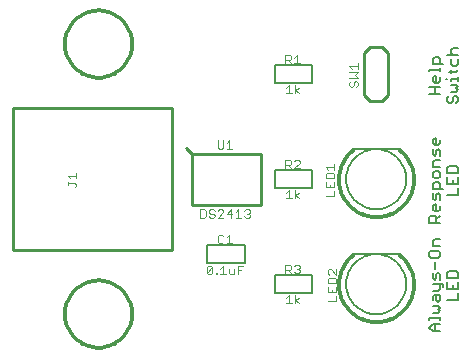
<source format=gto>
G75*
%MOIN*%
%OFA0B0*%
%FSLAX24Y24*%
%IPPOS*%
%LPD*%
%AMOC8*
5,1,8,0,0,1.08239X$1,22.5*
%
%ADD10C,0.0120*%
%ADD11C,0.0050*%
%ADD12C,0.0100*%
%ADD13C,0.0040*%
%ADD14C,0.0060*%
%ADD15C,0.0080*%
%ADD16C,0.0010*%
D10*
X001892Y001600D02*
X001894Y001666D01*
X001900Y001732D01*
X001910Y001798D01*
X001923Y001863D01*
X001941Y001927D01*
X001962Y001990D01*
X001987Y002051D01*
X002016Y002111D01*
X002048Y002170D01*
X002083Y002226D01*
X002122Y002280D01*
X002164Y002331D01*
X002208Y002380D01*
X002256Y002426D01*
X002306Y002470D01*
X002359Y002510D01*
X002414Y002547D01*
X002471Y002581D01*
X002530Y002611D01*
X002591Y002638D01*
X002653Y002661D01*
X002717Y002680D01*
X002781Y002696D01*
X002847Y002708D01*
X002913Y002716D01*
X002979Y002720D01*
X003045Y002720D01*
X003111Y002716D01*
X003177Y002708D01*
X003243Y002696D01*
X003307Y002680D01*
X003371Y002661D01*
X003433Y002638D01*
X003494Y002611D01*
X003553Y002581D01*
X003610Y002547D01*
X003665Y002510D01*
X003718Y002470D01*
X003768Y002426D01*
X003816Y002380D01*
X003860Y002331D01*
X003902Y002280D01*
X003941Y002226D01*
X003976Y002170D01*
X004008Y002111D01*
X004037Y002051D01*
X004062Y001990D01*
X004083Y001927D01*
X004101Y001863D01*
X004114Y001798D01*
X004124Y001732D01*
X004130Y001666D01*
X004132Y001600D01*
X004130Y001534D01*
X004124Y001468D01*
X004114Y001402D01*
X004101Y001337D01*
X004083Y001273D01*
X004062Y001210D01*
X004037Y001149D01*
X004008Y001089D01*
X003976Y001030D01*
X003941Y000974D01*
X003902Y000920D01*
X003860Y000869D01*
X003816Y000820D01*
X003768Y000774D01*
X003718Y000730D01*
X003665Y000690D01*
X003610Y000653D01*
X003553Y000619D01*
X003494Y000589D01*
X003433Y000562D01*
X003371Y000539D01*
X003307Y000520D01*
X003243Y000504D01*
X003177Y000492D01*
X003111Y000484D01*
X003045Y000480D01*
X002979Y000480D01*
X002913Y000484D01*
X002847Y000492D01*
X002781Y000504D01*
X002717Y000520D01*
X002653Y000539D01*
X002591Y000562D01*
X002530Y000589D01*
X002471Y000619D01*
X002414Y000653D01*
X002359Y000690D01*
X002306Y000730D01*
X002256Y000774D01*
X002208Y000820D01*
X002164Y000869D01*
X002122Y000920D01*
X002083Y000974D01*
X002048Y001030D01*
X002016Y001089D01*
X001987Y001149D01*
X001962Y001210D01*
X001941Y001273D01*
X001923Y001337D01*
X001910Y001402D01*
X001900Y001468D01*
X001894Y001534D01*
X001892Y001600D01*
X001892Y010600D02*
X001894Y010666D01*
X001900Y010732D01*
X001910Y010798D01*
X001923Y010863D01*
X001941Y010927D01*
X001962Y010990D01*
X001987Y011051D01*
X002016Y011111D01*
X002048Y011170D01*
X002083Y011226D01*
X002122Y011280D01*
X002164Y011331D01*
X002208Y011380D01*
X002256Y011426D01*
X002306Y011470D01*
X002359Y011510D01*
X002414Y011547D01*
X002471Y011581D01*
X002530Y011611D01*
X002591Y011638D01*
X002653Y011661D01*
X002717Y011680D01*
X002781Y011696D01*
X002847Y011708D01*
X002913Y011716D01*
X002979Y011720D01*
X003045Y011720D01*
X003111Y011716D01*
X003177Y011708D01*
X003243Y011696D01*
X003307Y011680D01*
X003371Y011661D01*
X003433Y011638D01*
X003494Y011611D01*
X003553Y011581D01*
X003610Y011547D01*
X003665Y011510D01*
X003718Y011470D01*
X003768Y011426D01*
X003816Y011380D01*
X003860Y011331D01*
X003902Y011280D01*
X003941Y011226D01*
X003976Y011170D01*
X004008Y011111D01*
X004037Y011051D01*
X004062Y010990D01*
X004083Y010927D01*
X004101Y010863D01*
X004114Y010798D01*
X004124Y010732D01*
X004130Y010666D01*
X004132Y010600D01*
X004130Y010534D01*
X004124Y010468D01*
X004114Y010402D01*
X004101Y010337D01*
X004083Y010273D01*
X004062Y010210D01*
X004037Y010149D01*
X004008Y010089D01*
X003976Y010030D01*
X003941Y009974D01*
X003902Y009920D01*
X003860Y009869D01*
X003816Y009820D01*
X003768Y009774D01*
X003718Y009730D01*
X003665Y009690D01*
X003610Y009653D01*
X003553Y009619D01*
X003494Y009589D01*
X003433Y009562D01*
X003371Y009539D01*
X003307Y009520D01*
X003243Y009504D01*
X003177Y009492D01*
X003111Y009484D01*
X003045Y009480D01*
X002979Y009480D01*
X002913Y009484D01*
X002847Y009492D01*
X002781Y009504D01*
X002717Y009520D01*
X002653Y009539D01*
X002591Y009562D01*
X002530Y009589D01*
X002471Y009619D01*
X002414Y009653D01*
X002359Y009690D01*
X002306Y009730D01*
X002256Y009774D01*
X002208Y009820D01*
X002164Y009869D01*
X002122Y009920D01*
X002083Y009974D01*
X002048Y010030D01*
X002016Y010089D01*
X001987Y010149D01*
X001962Y010210D01*
X001941Y010273D01*
X001923Y010337D01*
X001910Y010402D01*
X001900Y010468D01*
X001894Y010534D01*
X001892Y010600D01*
D11*
X014037Y009745D02*
X014387Y009745D01*
X014387Y009803D02*
X014387Y009686D01*
X014270Y009552D02*
X014270Y009318D01*
X014212Y009318D02*
X014154Y009376D01*
X014154Y009493D01*
X014212Y009552D01*
X014270Y009552D01*
X014387Y009493D02*
X014387Y009376D01*
X014329Y009318D01*
X014212Y009318D01*
X014212Y009183D02*
X014212Y008950D01*
X014387Y008950D02*
X014037Y008950D01*
X014037Y009183D02*
X014387Y009183D01*
X014579Y009438D02*
X014637Y009438D01*
X014754Y009438D02*
X014754Y009379D01*
X014754Y009438D02*
X014987Y009438D01*
X014987Y009496D02*
X014987Y009379D01*
X014929Y009245D02*
X014754Y009245D01*
X014929Y009245D02*
X014987Y009186D01*
X014929Y009128D01*
X014987Y009070D01*
X014929Y009011D01*
X014754Y009011D01*
X014695Y008876D02*
X014637Y008818D01*
X014637Y008701D01*
X014695Y008643D01*
X014754Y008643D01*
X014812Y008701D01*
X014812Y008818D01*
X014870Y008876D01*
X014929Y008876D01*
X014987Y008818D01*
X014987Y008701D01*
X014929Y008643D01*
X014754Y009625D02*
X014754Y009742D01*
X014695Y009683D02*
X014929Y009683D01*
X014987Y009742D01*
X014929Y009871D02*
X014812Y009871D01*
X014754Y009929D01*
X014754Y010104D01*
X014812Y010239D02*
X014754Y010297D01*
X014754Y010414D01*
X014812Y010472D01*
X014987Y010472D01*
X014987Y010239D02*
X014637Y010239D01*
X014387Y010107D02*
X014387Y009932D01*
X014504Y009932D02*
X014154Y009932D01*
X014154Y010107D01*
X014212Y010165D01*
X014329Y010165D01*
X014387Y010107D01*
X014037Y009745D02*
X014037Y009686D01*
X014929Y009871D02*
X014987Y009929D01*
X014987Y010104D01*
X014270Y007463D02*
X014270Y007230D01*
X014212Y007230D02*
X014154Y007288D01*
X014154Y007405D01*
X014212Y007463D01*
X014270Y007463D01*
X014387Y007405D02*
X014387Y007288D01*
X014329Y007230D01*
X014212Y007230D01*
X014154Y007095D02*
X014154Y006920D01*
X014212Y006862D01*
X014270Y006920D01*
X014270Y007037D01*
X014329Y007095D01*
X014387Y007037D01*
X014387Y006862D01*
X014387Y006727D02*
X014212Y006727D01*
X014154Y006668D01*
X014154Y006493D01*
X014387Y006493D01*
X014329Y006359D02*
X014212Y006359D01*
X014154Y006300D01*
X014154Y006183D01*
X014212Y006125D01*
X014329Y006125D01*
X014387Y006183D01*
X014387Y006300D01*
X014329Y006359D01*
X014637Y006309D02*
X014637Y006484D01*
X014695Y006543D01*
X014929Y006543D01*
X014987Y006484D01*
X014987Y006309D01*
X014637Y006309D01*
X014637Y006174D02*
X014637Y005941D01*
X014987Y005941D01*
X014987Y006174D01*
X014812Y006058D02*
X014812Y005941D01*
X014987Y005806D02*
X014987Y005573D01*
X014637Y005573D01*
X014387Y005564D02*
X014387Y005388D01*
X014270Y005447D02*
X014270Y005564D01*
X014329Y005622D01*
X014387Y005564D01*
X014270Y005447D02*
X014212Y005388D01*
X014154Y005447D01*
X014154Y005622D01*
X014154Y005757D02*
X014154Y005932D01*
X014212Y005990D01*
X014329Y005990D01*
X014387Y005932D01*
X014387Y005757D01*
X014504Y005757D02*
X014154Y005757D01*
X014212Y005254D02*
X014270Y005254D01*
X014270Y005020D01*
X014212Y005020D02*
X014154Y005078D01*
X014154Y005195D01*
X014212Y005254D01*
X014387Y005195D02*
X014387Y005078D01*
X014329Y005020D01*
X014212Y005020D01*
X014212Y004885D02*
X014095Y004885D01*
X014037Y004827D01*
X014037Y004652D01*
X014387Y004652D01*
X014270Y004652D02*
X014270Y004827D01*
X014212Y004885D01*
X014270Y004769D02*
X014387Y004885D01*
X014387Y004086D02*
X014212Y004086D01*
X014154Y004028D01*
X014154Y003853D01*
X014387Y003853D01*
X014329Y003718D02*
X014095Y003718D01*
X014037Y003660D01*
X014037Y003543D01*
X014095Y003484D01*
X014329Y003484D01*
X014387Y003543D01*
X014387Y003660D01*
X014329Y003718D01*
X014212Y003350D02*
X014212Y003116D01*
X014154Y002981D02*
X014154Y002806D01*
X014212Y002748D01*
X014270Y002806D01*
X014270Y002923D01*
X014329Y002981D01*
X014387Y002923D01*
X014387Y002748D01*
X014387Y002613D02*
X014387Y002438D01*
X014329Y002379D01*
X014154Y002379D01*
X014212Y002245D02*
X014387Y002245D01*
X014387Y002070D01*
X014329Y002011D01*
X014270Y002070D01*
X014270Y002245D01*
X014212Y002245D02*
X014154Y002186D01*
X014154Y002070D01*
X014154Y001876D02*
X014329Y001876D01*
X014387Y001818D01*
X014329Y001760D01*
X014387Y001701D01*
X014329Y001643D01*
X014154Y001643D01*
X014037Y001456D02*
X014387Y001456D01*
X014387Y001514D02*
X014387Y001397D01*
X014387Y001263D02*
X014154Y001263D01*
X014037Y001146D01*
X014154Y001029D01*
X014387Y001029D01*
X014212Y001029D02*
X014212Y001263D01*
X014037Y001397D02*
X014037Y001456D01*
X014637Y002073D02*
X014987Y002073D01*
X014987Y002306D01*
X014987Y002441D02*
X014637Y002441D01*
X014637Y002674D01*
X014504Y002555D02*
X014504Y002496D01*
X014504Y002555D02*
X014446Y002613D01*
X014154Y002613D01*
X014637Y002809D02*
X014637Y002984D01*
X014695Y003043D01*
X014929Y003043D01*
X014987Y002984D01*
X014987Y002809D01*
X014637Y002809D01*
X014987Y002674D02*
X014987Y002441D01*
X014812Y002441D02*
X014812Y002558D01*
D12*
X008412Y005250D02*
X008412Y006950D01*
X006112Y006950D01*
X005912Y007150D01*
X006112Y006950D02*
X006112Y005250D01*
X008412Y005250D01*
X005465Y003738D02*
X005465Y008462D01*
X000150Y008462D01*
X000150Y003738D01*
X005465Y003738D01*
X011862Y008900D02*
X012062Y008700D01*
X012462Y008700D01*
X012662Y008900D01*
X012662Y010300D01*
X012462Y010500D01*
X012062Y010500D01*
X011862Y010300D01*
X011862Y009600D01*
X011862Y009400D01*
X011862Y008900D01*
D13*
X011605Y009178D02*
X011652Y009225D01*
X011652Y009318D01*
X011605Y009365D01*
X011559Y009365D01*
X011512Y009318D01*
X011512Y009225D01*
X011465Y009178D01*
X011419Y009178D01*
X011372Y009225D01*
X011372Y009318D01*
X011419Y009365D01*
X011372Y009473D02*
X011652Y009473D01*
X011559Y009566D01*
X011652Y009660D01*
X011372Y009660D01*
X011465Y009767D02*
X011372Y009861D01*
X011652Y009861D01*
X011652Y009954D02*
X011652Y009767D01*
X009719Y009960D02*
X009532Y009960D01*
X009626Y009960D02*
X009626Y010240D01*
X009532Y010147D01*
X009424Y010194D02*
X009424Y010100D01*
X009378Y010053D01*
X009238Y010053D01*
X009331Y010053D02*
X009424Y009960D01*
X009238Y009960D02*
X009238Y010240D01*
X009378Y010240D01*
X009424Y010194D01*
X009356Y009240D02*
X009356Y008960D01*
X009449Y008960D02*
X009262Y008960D01*
X009262Y009147D02*
X009356Y009240D01*
X009557Y009240D02*
X009557Y008960D01*
X009557Y009053D02*
X009697Y009147D01*
X009557Y009053D02*
X009697Y008960D01*
X007376Y007390D02*
X007376Y007110D01*
X007469Y007110D02*
X007282Y007110D01*
X007174Y007157D02*
X007174Y007390D01*
X007282Y007297D02*
X007376Y007390D01*
X007174Y007157D02*
X007128Y007110D01*
X007034Y007110D01*
X006988Y007157D01*
X006988Y007390D01*
X009238Y006740D02*
X009238Y006460D01*
X009238Y006553D02*
X009378Y006553D01*
X009424Y006600D01*
X009424Y006694D01*
X009378Y006740D01*
X009238Y006740D01*
X009331Y006553D02*
X009424Y006460D01*
X009532Y006460D02*
X009719Y006647D01*
X009719Y006694D01*
X009672Y006740D01*
X009579Y006740D01*
X009532Y006694D01*
X009532Y006460D02*
X009719Y006460D01*
X009557Y005740D02*
X009557Y005460D01*
X009557Y005553D02*
X009697Y005647D01*
X009557Y005553D02*
X009697Y005460D01*
X009449Y005460D02*
X009262Y005460D01*
X009356Y005460D02*
X009356Y005740D01*
X009262Y005647D01*
X010582Y005531D02*
X010862Y005531D01*
X010862Y005718D01*
X010862Y005825D02*
X010862Y006012D01*
X010862Y006120D02*
X010862Y006260D01*
X010815Y006307D01*
X010629Y006307D01*
X010582Y006260D01*
X010582Y006120D01*
X010862Y006120D01*
X010722Y005919D02*
X010722Y005825D01*
X010582Y005825D02*
X010862Y005825D01*
X010582Y005825D02*
X010582Y006012D01*
X010675Y006415D02*
X010582Y006508D01*
X010862Y006508D01*
X010862Y006415D02*
X010862Y006601D01*
X008058Y005044D02*
X008058Y004997D01*
X008012Y004950D01*
X008058Y004903D01*
X008058Y004857D01*
X008012Y004810D01*
X007918Y004810D01*
X007872Y004857D01*
X007764Y004810D02*
X007577Y004810D01*
X007670Y004810D02*
X007670Y005090D01*
X007577Y004997D01*
X007469Y004950D02*
X007282Y004950D01*
X007422Y005090D01*
X007422Y004810D01*
X007174Y004810D02*
X006988Y004810D01*
X007174Y004997D01*
X007174Y005044D01*
X007128Y005090D01*
X007034Y005090D01*
X006988Y005044D01*
X006880Y005044D02*
X006833Y005090D01*
X006740Y005090D01*
X006693Y005044D01*
X006693Y004997D01*
X006740Y004950D01*
X006833Y004950D01*
X006880Y004903D01*
X006880Y004857D01*
X006833Y004810D01*
X006740Y004810D01*
X006693Y004857D01*
X006585Y004857D02*
X006585Y005044D01*
X006538Y005090D01*
X006398Y005090D01*
X006398Y004810D01*
X006538Y004810D01*
X006585Y004857D01*
X007034Y004250D02*
X006988Y004204D01*
X006988Y004017D01*
X007034Y003970D01*
X007128Y003970D01*
X007174Y004017D01*
X007282Y003970D02*
X007469Y003970D01*
X007376Y003970D02*
X007376Y004250D01*
X007282Y004157D01*
X007174Y004204D02*
X007128Y004250D01*
X007034Y004250D01*
X007965Y004950D02*
X008012Y004950D01*
X008058Y005044D02*
X008012Y005090D01*
X007918Y005090D01*
X007872Y005044D01*
X007837Y003200D02*
X007651Y003200D01*
X007651Y002920D01*
X007543Y002920D02*
X007543Y003107D01*
X007651Y003060D02*
X007744Y003060D01*
X007543Y002920D02*
X007403Y002920D01*
X007356Y002967D01*
X007356Y003107D01*
X007248Y002920D02*
X007061Y002920D01*
X007155Y002920D02*
X007155Y003200D01*
X007061Y003107D01*
X006961Y002967D02*
X006961Y002920D01*
X006914Y002920D01*
X006914Y002967D01*
X006961Y002967D01*
X006806Y002967D02*
X006759Y002920D01*
X006666Y002920D01*
X006619Y002967D01*
X006806Y003154D01*
X006806Y002967D01*
X006806Y003154D02*
X006759Y003200D01*
X006666Y003200D01*
X006619Y003154D01*
X006619Y002967D01*
X009238Y002960D02*
X009238Y003240D01*
X009378Y003240D01*
X009424Y003194D01*
X009424Y003100D01*
X009378Y003053D01*
X009238Y003053D01*
X009331Y003053D02*
X009424Y002960D01*
X009532Y003007D02*
X009579Y002960D01*
X009672Y002960D01*
X009719Y003007D01*
X009719Y003053D01*
X009672Y003100D01*
X009626Y003100D01*
X009672Y003100D02*
X009719Y003147D01*
X009719Y003194D01*
X009672Y003240D01*
X009579Y003240D01*
X009532Y003194D01*
X010662Y003055D02*
X010662Y002961D01*
X010709Y002915D01*
X010709Y002807D02*
X010662Y002760D01*
X010662Y002620D01*
X010942Y002620D01*
X010942Y002760D01*
X010895Y002807D01*
X010709Y002807D01*
X010662Y003055D02*
X010709Y003101D01*
X010755Y003101D01*
X010942Y002915D01*
X010942Y003101D01*
X010942Y002512D02*
X010942Y002325D01*
X010662Y002325D01*
X010662Y002512D01*
X010802Y002419D02*
X010802Y002325D01*
X010942Y002218D02*
X010942Y002031D01*
X010662Y002031D01*
X009697Y001960D02*
X009557Y002053D01*
X009697Y002147D01*
X009557Y002240D02*
X009557Y001960D01*
X009449Y001960D02*
X009262Y001960D01*
X009356Y001960D02*
X009356Y002240D01*
X009262Y002147D01*
X002259Y005872D02*
X002212Y005825D01*
X002259Y005872D02*
X002259Y005919D01*
X002212Y005965D01*
X001978Y005965D01*
X001978Y005919D02*
X001978Y006012D01*
X002072Y006120D02*
X001978Y006213D01*
X002259Y006213D01*
X002259Y006120D02*
X002259Y006307D01*
D14*
X006632Y003890D02*
X006632Y003310D01*
X007892Y003310D01*
X007892Y003890D01*
X006632Y003890D01*
X008882Y002890D02*
X008882Y002310D01*
X010142Y002310D01*
X010142Y002890D01*
X008882Y002890D01*
X011262Y002600D02*
X011264Y002663D01*
X011270Y002725D01*
X011280Y002787D01*
X011293Y002849D01*
X011311Y002909D01*
X011332Y002968D01*
X011357Y003026D01*
X011386Y003082D01*
X011418Y003136D01*
X011453Y003188D01*
X011491Y003237D01*
X011533Y003285D01*
X011577Y003329D01*
X011625Y003371D01*
X011674Y003409D01*
X011726Y003444D01*
X011780Y003476D01*
X011836Y003505D01*
X011894Y003530D01*
X011953Y003551D01*
X012013Y003569D01*
X012075Y003582D01*
X012137Y003592D01*
X012199Y003598D01*
X012262Y003600D01*
X012325Y003598D01*
X012387Y003592D01*
X012449Y003582D01*
X012511Y003569D01*
X012571Y003551D01*
X012630Y003530D01*
X012688Y003505D01*
X012744Y003476D01*
X012798Y003444D01*
X012850Y003409D01*
X012899Y003371D01*
X012947Y003329D01*
X012991Y003285D01*
X013033Y003237D01*
X013071Y003188D01*
X013106Y003136D01*
X013138Y003082D01*
X013167Y003026D01*
X013192Y002968D01*
X013213Y002909D01*
X013231Y002849D01*
X013244Y002787D01*
X013254Y002725D01*
X013260Y002663D01*
X013262Y002600D01*
X013260Y002537D01*
X013254Y002475D01*
X013244Y002413D01*
X013231Y002351D01*
X013213Y002291D01*
X013192Y002232D01*
X013167Y002174D01*
X013138Y002118D01*
X013106Y002064D01*
X013071Y002012D01*
X013033Y001963D01*
X012991Y001915D01*
X012947Y001871D01*
X012899Y001829D01*
X012850Y001791D01*
X012798Y001756D01*
X012744Y001724D01*
X012688Y001695D01*
X012630Y001670D01*
X012571Y001649D01*
X012511Y001631D01*
X012449Y001618D01*
X012387Y001608D01*
X012325Y001602D01*
X012262Y001600D01*
X012199Y001602D01*
X012137Y001608D01*
X012075Y001618D01*
X012013Y001631D01*
X011953Y001649D01*
X011894Y001670D01*
X011836Y001695D01*
X011780Y001724D01*
X011726Y001756D01*
X011674Y001791D01*
X011625Y001829D01*
X011577Y001871D01*
X011533Y001915D01*
X011491Y001963D01*
X011453Y002012D01*
X011418Y002064D01*
X011386Y002118D01*
X011357Y002174D01*
X011332Y002232D01*
X011311Y002291D01*
X011293Y002351D01*
X011280Y002413D01*
X011270Y002475D01*
X011264Y002537D01*
X011262Y002600D01*
X010142Y005810D02*
X008882Y005810D01*
X008882Y006390D01*
X010142Y006390D01*
X010142Y005810D01*
X011262Y006100D02*
X011264Y006163D01*
X011270Y006225D01*
X011280Y006287D01*
X011293Y006349D01*
X011311Y006409D01*
X011332Y006468D01*
X011357Y006526D01*
X011386Y006582D01*
X011418Y006636D01*
X011453Y006688D01*
X011491Y006737D01*
X011533Y006785D01*
X011577Y006829D01*
X011625Y006871D01*
X011674Y006909D01*
X011726Y006944D01*
X011780Y006976D01*
X011836Y007005D01*
X011894Y007030D01*
X011953Y007051D01*
X012013Y007069D01*
X012075Y007082D01*
X012137Y007092D01*
X012199Y007098D01*
X012262Y007100D01*
X012325Y007098D01*
X012387Y007092D01*
X012449Y007082D01*
X012511Y007069D01*
X012571Y007051D01*
X012630Y007030D01*
X012688Y007005D01*
X012744Y006976D01*
X012798Y006944D01*
X012850Y006909D01*
X012899Y006871D01*
X012947Y006829D01*
X012991Y006785D01*
X013033Y006737D01*
X013071Y006688D01*
X013106Y006636D01*
X013138Y006582D01*
X013167Y006526D01*
X013192Y006468D01*
X013213Y006409D01*
X013231Y006349D01*
X013244Y006287D01*
X013254Y006225D01*
X013260Y006163D01*
X013262Y006100D01*
X013260Y006037D01*
X013254Y005975D01*
X013244Y005913D01*
X013231Y005851D01*
X013213Y005791D01*
X013192Y005732D01*
X013167Y005674D01*
X013138Y005618D01*
X013106Y005564D01*
X013071Y005512D01*
X013033Y005463D01*
X012991Y005415D01*
X012947Y005371D01*
X012899Y005329D01*
X012850Y005291D01*
X012798Y005256D01*
X012744Y005224D01*
X012688Y005195D01*
X012630Y005170D01*
X012571Y005149D01*
X012511Y005131D01*
X012449Y005118D01*
X012387Y005108D01*
X012325Y005102D01*
X012262Y005100D01*
X012199Y005102D01*
X012137Y005108D01*
X012075Y005118D01*
X012013Y005131D01*
X011953Y005149D01*
X011894Y005170D01*
X011836Y005195D01*
X011780Y005224D01*
X011726Y005256D01*
X011674Y005291D01*
X011625Y005329D01*
X011577Y005371D01*
X011533Y005415D01*
X011491Y005463D01*
X011453Y005512D01*
X011418Y005564D01*
X011386Y005618D01*
X011357Y005674D01*
X011332Y005732D01*
X011311Y005791D01*
X011293Y005851D01*
X011280Y005913D01*
X011270Y005975D01*
X011264Y006037D01*
X011262Y006100D01*
X010142Y009310D02*
X008882Y009310D01*
X008882Y009890D01*
X010142Y009890D01*
X010142Y009310D01*
D15*
X011512Y007100D02*
X013012Y007100D01*
X013012Y003600D02*
X011512Y003600D01*
D16*
X011482Y003632D02*
X011536Y003560D01*
X011535Y003561D02*
X011482Y003518D01*
X011431Y003473D01*
X011383Y003424D01*
X011338Y003373D01*
X011295Y003319D01*
X011256Y003263D01*
X011220Y003205D01*
X011187Y003145D01*
X011158Y003084D01*
X011133Y003020D01*
X011111Y002956D01*
X011092Y002890D01*
X011078Y002823D01*
X011067Y002756D01*
X011060Y002688D01*
X011057Y002620D01*
X011058Y002551D01*
X011063Y002483D01*
X011071Y002415D01*
X011084Y002348D01*
X011100Y002282D01*
X011120Y002217D01*
X011143Y002152D01*
X011170Y002090D01*
X011201Y002029D01*
X011235Y001970D01*
X011272Y001912D01*
X011313Y001857D01*
X011357Y001805D01*
X011403Y001755D01*
X011452Y001708D01*
X011504Y001663D01*
X011558Y001622D01*
X011615Y001583D01*
X011674Y001548D01*
X011734Y001517D01*
X011796Y001489D01*
X011860Y001464D01*
X011925Y001443D01*
X011991Y001426D01*
X012058Y001412D01*
X012126Y001403D01*
X012194Y001397D01*
X012262Y001395D01*
X012330Y001397D01*
X012398Y001403D01*
X012466Y001412D01*
X012533Y001426D01*
X012599Y001443D01*
X012664Y001464D01*
X012728Y001489D01*
X012790Y001517D01*
X012850Y001548D01*
X012909Y001583D01*
X012966Y001622D01*
X013020Y001663D01*
X013072Y001708D01*
X013121Y001755D01*
X013167Y001805D01*
X013211Y001857D01*
X013252Y001912D01*
X013289Y001970D01*
X013323Y002029D01*
X013354Y002090D01*
X013381Y002152D01*
X013404Y002217D01*
X013424Y002282D01*
X013440Y002348D01*
X013453Y002415D01*
X013461Y002483D01*
X013466Y002551D01*
X013467Y002620D01*
X013464Y002688D01*
X013457Y002756D01*
X013446Y002823D01*
X013432Y002890D01*
X013413Y002956D01*
X013391Y003020D01*
X013366Y003084D01*
X013337Y003145D01*
X013304Y003205D01*
X013268Y003263D01*
X013229Y003319D01*
X013186Y003373D01*
X013141Y003424D01*
X013093Y003473D01*
X013042Y003518D01*
X012989Y003561D01*
X013042Y003632D01*
X013043Y003633D01*
X013098Y003589D01*
X013151Y003541D01*
X013202Y003491D01*
X013249Y003438D01*
X013293Y003383D01*
X013335Y003325D01*
X013373Y003265D01*
X013408Y003204D01*
X013439Y003140D01*
X013467Y003075D01*
X013491Y003008D01*
X013512Y002940D01*
X013528Y002871D01*
X013541Y002801D01*
X013550Y002731D01*
X013556Y002660D01*
X013557Y002589D01*
X013554Y002518D01*
X013548Y002447D01*
X013538Y002377D01*
X013524Y002308D01*
X013506Y002239D01*
X013484Y002171D01*
X013459Y002105D01*
X013430Y002040D01*
X013397Y001977D01*
X013361Y001916D01*
X013322Y001857D01*
X013280Y001800D01*
X013235Y001745D01*
X013186Y001693D01*
X013135Y001644D01*
X013082Y001597D01*
X013025Y001554D01*
X012967Y001514D01*
X012906Y001477D01*
X012844Y001443D01*
X012780Y001413D01*
X012714Y001386D01*
X012647Y001363D01*
X012578Y001344D01*
X012509Y001329D01*
X012439Y001317D01*
X012368Y001309D01*
X012297Y001305D01*
X012227Y001305D01*
X012156Y001309D01*
X012085Y001317D01*
X012015Y001329D01*
X011946Y001344D01*
X011877Y001363D01*
X011810Y001386D01*
X011744Y001413D01*
X011680Y001443D01*
X011618Y001477D01*
X011557Y001514D01*
X011499Y001554D01*
X011442Y001597D01*
X011389Y001644D01*
X011338Y001693D01*
X011289Y001745D01*
X011244Y001800D01*
X011202Y001857D01*
X011163Y001916D01*
X011127Y001977D01*
X011094Y002040D01*
X011065Y002105D01*
X011040Y002171D01*
X011018Y002239D01*
X011000Y002308D01*
X010986Y002377D01*
X010976Y002447D01*
X010970Y002518D01*
X010967Y002589D01*
X010968Y002660D01*
X010974Y002731D01*
X010983Y002801D01*
X010996Y002871D01*
X011012Y002940D01*
X011033Y003008D01*
X011057Y003075D01*
X011085Y003140D01*
X011116Y003204D01*
X011151Y003265D01*
X011189Y003325D01*
X011231Y003383D01*
X011275Y003438D01*
X011322Y003491D01*
X011373Y003541D01*
X011426Y003589D01*
X011481Y003633D01*
X011486Y003626D01*
X011431Y003581D01*
X011378Y003534D01*
X011327Y003483D01*
X011280Y003430D01*
X011235Y003374D01*
X011194Y003316D01*
X011156Y003256D01*
X011121Y003194D01*
X011090Y003130D01*
X011063Y003064D01*
X011039Y002997D01*
X011019Y002928D01*
X011002Y002859D01*
X010990Y002789D01*
X010981Y002718D01*
X010977Y002647D01*
X010976Y002576D01*
X010980Y002505D01*
X010987Y002434D01*
X010998Y002363D01*
X011013Y002294D01*
X011032Y002225D01*
X011055Y002157D01*
X011081Y002091D01*
X011111Y002026D01*
X011145Y001964D01*
X011181Y001903D01*
X011222Y001844D01*
X011265Y001787D01*
X011312Y001733D01*
X011361Y001682D01*
X011414Y001634D01*
X011468Y001588D01*
X011526Y001546D01*
X011585Y001507D01*
X011647Y001471D01*
X011710Y001438D01*
X011775Y001410D01*
X011842Y001384D01*
X011910Y001363D01*
X011979Y001345D01*
X012049Y001332D01*
X012120Y001322D01*
X012191Y001316D01*
X012262Y001314D01*
X012333Y001316D01*
X012404Y001322D01*
X012475Y001332D01*
X012545Y001345D01*
X012614Y001363D01*
X012682Y001384D01*
X012749Y001410D01*
X012814Y001438D01*
X012877Y001471D01*
X012939Y001507D01*
X012998Y001546D01*
X013056Y001588D01*
X013110Y001634D01*
X013163Y001682D01*
X013212Y001733D01*
X013259Y001787D01*
X013302Y001844D01*
X013343Y001903D01*
X013379Y001964D01*
X013413Y002026D01*
X013443Y002091D01*
X013469Y002157D01*
X013492Y002225D01*
X013511Y002294D01*
X013526Y002363D01*
X013537Y002434D01*
X013544Y002505D01*
X013548Y002576D01*
X013547Y002647D01*
X013543Y002718D01*
X013534Y002789D01*
X013522Y002859D01*
X013505Y002928D01*
X013485Y002997D01*
X013461Y003064D01*
X013434Y003130D01*
X013403Y003194D01*
X013368Y003256D01*
X013330Y003316D01*
X013289Y003374D01*
X013244Y003430D01*
X013197Y003483D01*
X013146Y003534D01*
X013093Y003581D01*
X013038Y003626D01*
X013032Y003619D01*
X013087Y003574D01*
X013140Y003527D01*
X013190Y003477D01*
X013237Y003424D01*
X013281Y003369D01*
X013323Y003311D01*
X013360Y003252D01*
X013395Y003190D01*
X013426Y003126D01*
X013453Y003061D01*
X013477Y002994D01*
X013497Y002926D01*
X013513Y002857D01*
X013525Y002788D01*
X013534Y002717D01*
X013538Y002647D01*
X013539Y002576D01*
X013535Y002505D01*
X013528Y002435D01*
X013517Y002365D01*
X013502Y002296D01*
X013483Y002228D01*
X013461Y002160D01*
X013435Y002095D01*
X013405Y002030D01*
X013372Y001968D01*
X013335Y001908D01*
X013295Y001849D01*
X013252Y001793D01*
X013206Y001739D01*
X013156Y001689D01*
X013105Y001640D01*
X013050Y001595D01*
X012993Y001553D01*
X012934Y001514D01*
X012873Y001479D01*
X012810Y001446D01*
X012745Y001418D01*
X012679Y001393D01*
X012611Y001372D01*
X012543Y001354D01*
X012473Y001341D01*
X012403Y001331D01*
X012333Y001325D01*
X012262Y001323D01*
X012191Y001325D01*
X012121Y001331D01*
X012051Y001341D01*
X011981Y001354D01*
X011913Y001372D01*
X011845Y001393D01*
X011779Y001418D01*
X011714Y001446D01*
X011651Y001479D01*
X011590Y001514D01*
X011531Y001553D01*
X011474Y001595D01*
X011419Y001640D01*
X011368Y001689D01*
X011318Y001739D01*
X011272Y001793D01*
X011229Y001849D01*
X011189Y001908D01*
X011152Y001968D01*
X011119Y002030D01*
X011089Y002095D01*
X011063Y002160D01*
X011041Y002228D01*
X011022Y002296D01*
X011007Y002365D01*
X010996Y002435D01*
X010989Y002505D01*
X010985Y002576D01*
X010986Y002647D01*
X010990Y002717D01*
X010999Y002788D01*
X011011Y002857D01*
X011027Y002926D01*
X011047Y002994D01*
X011071Y003061D01*
X011098Y003126D01*
X011129Y003190D01*
X011164Y003252D01*
X011201Y003311D01*
X011243Y003369D01*
X011287Y003424D01*
X011334Y003477D01*
X011384Y003527D01*
X011437Y003574D01*
X011492Y003619D01*
X011497Y003611D01*
X011442Y003567D01*
X011389Y003519D01*
X011339Y003469D01*
X011291Y003416D01*
X011247Y003360D01*
X011206Y003302D01*
X011169Y003242D01*
X011134Y003180D01*
X011104Y003116D01*
X011077Y003050D01*
X011053Y002983D01*
X011034Y002915D01*
X011018Y002845D01*
X011006Y002775D01*
X010998Y002705D01*
X010994Y002634D01*
X010995Y002563D01*
X010999Y002492D01*
X011007Y002421D01*
X011019Y002351D01*
X011035Y002282D01*
X011054Y002214D01*
X011078Y002146D01*
X011105Y002081D01*
X011136Y002017D01*
X011170Y001955D01*
X011208Y001895D01*
X011250Y001837D01*
X011294Y001781D01*
X011341Y001728D01*
X011392Y001678D01*
X011445Y001631D01*
X011500Y001586D01*
X011558Y001545D01*
X011618Y001508D01*
X011681Y001473D01*
X011745Y001442D01*
X011810Y001415D01*
X011877Y001392D01*
X011946Y001372D01*
X012015Y001356D01*
X012085Y001344D01*
X012156Y001336D01*
X012226Y001332D01*
X012298Y001332D01*
X012368Y001336D01*
X012439Y001344D01*
X012509Y001356D01*
X012578Y001372D01*
X012647Y001392D01*
X012714Y001415D01*
X012779Y001442D01*
X012843Y001473D01*
X012906Y001508D01*
X012966Y001545D01*
X013024Y001586D01*
X013079Y001631D01*
X013132Y001678D01*
X013183Y001728D01*
X013230Y001781D01*
X013274Y001837D01*
X013316Y001895D01*
X013354Y001955D01*
X013388Y002017D01*
X013419Y002081D01*
X013446Y002146D01*
X013470Y002214D01*
X013489Y002282D01*
X013505Y002351D01*
X013517Y002421D01*
X013525Y002492D01*
X013529Y002563D01*
X013530Y002634D01*
X013526Y002705D01*
X013518Y002775D01*
X013506Y002845D01*
X013490Y002915D01*
X013471Y002983D01*
X013447Y003050D01*
X013420Y003116D01*
X013390Y003180D01*
X013355Y003242D01*
X013318Y003302D01*
X013277Y003360D01*
X013233Y003416D01*
X013185Y003469D01*
X013135Y003519D01*
X013082Y003567D01*
X013027Y003611D01*
X013021Y003604D01*
X013076Y003560D01*
X013129Y003513D01*
X013179Y003463D01*
X013226Y003410D01*
X013270Y003355D01*
X013310Y003297D01*
X013348Y003238D01*
X013382Y003176D01*
X013412Y003112D01*
X013439Y003047D01*
X013462Y002980D01*
X013482Y002912D01*
X013497Y002844D01*
X013509Y002774D01*
X013517Y002704D01*
X013521Y002633D01*
X013520Y002563D01*
X013516Y002492D01*
X013508Y002422D01*
X013496Y002353D01*
X013481Y002284D01*
X013461Y002216D01*
X013438Y002150D01*
X013411Y002085D01*
X013380Y002021D01*
X013346Y001959D01*
X013308Y001900D01*
X013267Y001842D01*
X013223Y001787D01*
X013176Y001734D01*
X013126Y001685D01*
X013074Y001638D01*
X013018Y001594D01*
X012961Y001553D01*
X012901Y001515D01*
X012839Y001481D01*
X012776Y001451D01*
X012711Y001424D01*
X012644Y001400D01*
X012576Y001381D01*
X012507Y001365D01*
X012438Y001353D01*
X012368Y001345D01*
X012297Y001341D01*
X012227Y001341D01*
X012156Y001345D01*
X012086Y001353D01*
X012017Y001365D01*
X011948Y001381D01*
X011880Y001400D01*
X011813Y001424D01*
X011748Y001451D01*
X011685Y001481D01*
X011623Y001515D01*
X011563Y001553D01*
X011506Y001594D01*
X011450Y001638D01*
X011398Y001685D01*
X011348Y001734D01*
X011301Y001787D01*
X011257Y001842D01*
X011216Y001900D01*
X011178Y001959D01*
X011144Y002021D01*
X011113Y002085D01*
X011086Y002150D01*
X011063Y002216D01*
X011043Y002284D01*
X011028Y002353D01*
X011016Y002422D01*
X011008Y002492D01*
X011004Y002563D01*
X011003Y002633D01*
X011007Y002704D01*
X011015Y002774D01*
X011027Y002844D01*
X011042Y002912D01*
X011062Y002980D01*
X011085Y003047D01*
X011112Y003112D01*
X011142Y003176D01*
X011176Y003238D01*
X011214Y003297D01*
X011254Y003355D01*
X011298Y003410D01*
X011345Y003463D01*
X011395Y003513D01*
X011448Y003560D01*
X011503Y003604D01*
X011508Y003597D01*
X011453Y003553D01*
X011401Y003506D01*
X011352Y003457D01*
X011305Y003404D01*
X011262Y003350D01*
X011221Y003292D01*
X011184Y003233D01*
X011150Y003172D01*
X011120Y003108D01*
X011093Y003044D01*
X011070Y002977D01*
X011051Y002910D01*
X011036Y002842D01*
X011024Y002773D01*
X011016Y002703D01*
X011012Y002633D01*
X011013Y002563D01*
X011017Y002493D01*
X011025Y002424D01*
X011036Y002355D01*
X011052Y002286D01*
X011071Y002219D01*
X011095Y002153D01*
X011122Y002088D01*
X011152Y002025D01*
X011186Y001964D01*
X011223Y001905D01*
X011264Y001847D01*
X011308Y001793D01*
X011354Y001741D01*
X011404Y001691D01*
X011456Y001644D01*
X011511Y001601D01*
X011568Y001560D01*
X011627Y001523D01*
X011689Y001489D01*
X011752Y001459D01*
X011817Y001432D01*
X011883Y001409D01*
X011950Y001390D01*
X012018Y001374D01*
X012087Y001362D01*
X012157Y001354D01*
X012227Y001350D01*
X012297Y001350D01*
X012367Y001354D01*
X012437Y001362D01*
X012506Y001374D01*
X012574Y001390D01*
X012641Y001409D01*
X012707Y001432D01*
X012772Y001459D01*
X012835Y001489D01*
X012897Y001523D01*
X012956Y001560D01*
X013013Y001601D01*
X013068Y001644D01*
X013120Y001691D01*
X013170Y001741D01*
X013216Y001793D01*
X013260Y001847D01*
X013301Y001905D01*
X013338Y001964D01*
X013372Y002025D01*
X013402Y002088D01*
X013429Y002153D01*
X013453Y002219D01*
X013472Y002286D01*
X013488Y002355D01*
X013499Y002424D01*
X013507Y002493D01*
X013511Y002563D01*
X013512Y002633D01*
X013508Y002703D01*
X013500Y002773D01*
X013488Y002842D01*
X013473Y002910D01*
X013454Y002977D01*
X013431Y003044D01*
X013404Y003108D01*
X013374Y003172D01*
X013340Y003233D01*
X013303Y003292D01*
X013262Y003350D01*
X013219Y003404D01*
X013172Y003457D01*
X013123Y003506D01*
X013071Y003553D01*
X013016Y003597D01*
X013011Y003590D01*
X013065Y003546D01*
X013117Y003500D01*
X013166Y003451D01*
X013212Y003399D01*
X013255Y003344D01*
X013295Y003287D01*
X013332Y003228D01*
X013366Y003167D01*
X013396Y003105D01*
X013422Y003040D01*
X013445Y002975D01*
X013464Y002908D01*
X013480Y002840D01*
X013491Y002771D01*
X013499Y002702D01*
X013503Y002633D01*
X013502Y002563D01*
X013498Y002494D01*
X013491Y002425D01*
X013479Y002356D01*
X013463Y002289D01*
X013444Y002222D01*
X013421Y002156D01*
X013394Y002092D01*
X013364Y002029D01*
X013330Y001968D01*
X013293Y001910D01*
X013253Y001853D01*
X013210Y001799D01*
X013163Y001747D01*
X013114Y001698D01*
X013062Y001651D01*
X013008Y001608D01*
X012951Y001568D01*
X012892Y001531D01*
X012831Y001497D01*
X012768Y001467D01*
X012704Y001440D01*
X012639Y001417D01*
X012572Y001398D01*
X012504Y001383D01*
X012435Y001371D01*
X012366Y001363D01*
X012297Y001359D01*
X012227Y001359D01*
X012158Y001363D01*
X012089Y001371D01*
X012020Y001383D01*
X011952Y001398D01*
X011885Y001417D01*
X011820Y001440D01*
X011756Y001467D01*
X011693Y001497D01*
X011632Y001531D01*
X011573Y001568D01*
X011516Y001608D01*
X011462Y001651D01*
X011410Y001698D01*
X011361Y001747D01*
X011314Y001799D01*
X011271Y001853D01*
X011231Y001910D01*
X011194Y001968D01*
X011160Y002029D01*
X011130Y002092D01*
X011103Y002156D01*
X011080Y002222D01*
X011061Y002289D01*
X011045Y002356D01*
X011033Y002425D01*
X011026Y002494D01*
X011022Y002563D01*
X011021Y002633D01*
X011025Y002702D01*
X011033Y002771D01*
X011044Y002840D01*
X011060Y002908D01*
X011079Y002975D01*
X011102Y003040D01*
X011128Y003105D01*
X011158Y003167D01*
X011192Y003228D01*
X011229Y003287D01*
X011269Y003344D01*
X011312Y003399D01*
X011358Y003451D01*
X011407Y003500D01*
X011459Y003546D01*
X011513Y003590D01*
X011519Y003583D01*
X011465Y003539D01*
X011414Y003493D01*
X011365Y003444D01*
X011319Y003393D01*
X011276Y003339D01*
X011236Y003282D01*
X011200Y003224D01*
X011166Y003163D01*
X011136Y003101D01*
X011110Y003037D01*
X011088Y002972D01*
X011069Y002906D01*
X011053Y002838D01*
X011042Y002770D01*
X011034Y002702D01*
X011030Y002633D01*
X011031Y002564D01*
X011035Y002495D01*
X011042Y002426D01*
X011054Y002358D01*
X011069Y002291D01*
X011089Y002224D01*
X011112Y002159D01*
X011138Y002096D01*
X011168Y002033D01*
X011201Y001973D01*
X011238Y001915D01*
X011278Y001858D01*
X011321Y001804D01*
X011367Y001753D01*
X011416Y001704D01*
X011468Y001658D01*
X011522Y001615D01*
X011578Y001575D01*
X011637Y001539D01*
X011697Y001505D01*
X011759Y001475D01*
X011823Y001449D01*
X011888Y001426D01*
X011955Y001407D01*
X012022Y001392D01*
X012090Y001380D01*
X012159Y001372D01*
X012227Y001368D01*
X012297Y001368D01*
X012365Y001372D01*
X012434Y001380D01*
X012502Y001392D01*
X012569Y001407D01*
X012636Y001426D01*
X012701Y001449D01*
X012765Y001475D01*
X012827Y001505D01*
X012887Y001539D01*
X012946Y001575D01*
X013002Y001615D01*
X013056Y001658D01*
X013108Y001704D01*
X013157Y001753D01*
X013203Y001804D01*
X013246Y001858D01*
X013286Y001915D01*
X013323Y001973D01*
X013356Y002033D01*
X013386Y002096D01*
X013412Y002159D01*
X013435Y002224D01*
X013455Y002291D01*
X013470Y002358D01*
X013482Y002426D01*
X013489Y002495D01*
X013493Y002564D01*
X013494Y002633D01*
X013490Y002702D01*
X013482Y002770D01*
X013471Y002838D01*
X013455Y002906D01*
X013436Y002972D01*
X013414Y003037D01*
X013388Y003101D01*
X013358Y003163D01*
X013324Y003224D01*
X013288Y003282D01*
X013248Y003339D01*
X013205Y003393D01*
X013159Y003444D01*
X013110Y003493D01*
X013059Y003539D01*
X013005Y003583D01*
X013000Y003575D01*
X013054Y003532D01*
X013105Y003486D01*
X013154Y003436D01*
X013200Y003385D01*
X013243Y003330D01*
X013283Y003273D01*
X013319Y003215D01*
X013353Y003154D01*
X013382Y003091D01*
X013408Y003027D01*
X013430Y002961D01*
X013449Y002894D01*
X013464Y002827D01*
X013475Y002758D01*
X013482Y002689D01*
X013485Y002620D01*
X013484Y002551D01*
X013479Y002481D01*
X013471Y002413D01*
X013458Y002345D01*
X013442Y002277D01*
X013421Y002211D01*
X013398Y002146D01*
X013370Y002082D01*
X013339Y002020D01*
X013304Y001960D01*
X013266Y001902D01*
X013225Y001846D01*
X013181Y001793D01*
X013134Y001742D01*
X013084Y001694D01*
X013031Y001649D01*
X012976Y001607D01*
X012919Y001568D01*
X012859Y001533D01*
X012798Y001501D01*
X012735Y001472D01*
X012670Y001447D01*
X012604Y001426D01*
X012537Y001408D01*
X012469Y001395D01*
X012400Y001385D01*
X012331Y001379D01*
X012262Y001377D01*
X012193Y001379D01*
X012124Y001385D01*
X012055Y001395D01*
X011987Y001408D01*
X011920Y001426D01*
X011854Y001447D01*
X011789Y001472D01*
X011726Y001501D01*
X011665Y001533D01*
X011605Y001568D01*
X011548Y001607D01*
X011493Y001649D01*
X011440Y001694D01*
X011390Y001742D01*
X011343Y001793D01*
X011299Y001846D01*
X011258Y001902D01*
X011220Y001960D01*
X011185Y002020D01*
X011154Y002082D01*
X011126Y002146D01*
X011103Y002211D01*
X011082Y002277D01*
X011066Y002345D01*
X011053Y002413D01*
X011045Y002481D01*
X011040Y002551D01*
X011039Y002620D01*
X011042Y002689D01*
X011049Y002758D01*
X011060Y002827D01*
X011075Y002894D01*
X011094Y002961D01*
X011116Y003027D01*
X011142Y003091D01*
X011171Y003154D01*
X011205Y003215D01*
X011241Y003273D01*
X011281Y003330D01*
X011324Y003385D01*
X011370Y003436D01*
X011419Y003486D01*
X011470Y003532D01*
X011524Y003575D01*
X011530Y003568D01*
X011476Y003525D01*
X011425Y003479D01*
X011376Y003430D01*
X011331Y003379D01*
X011288Y003325D01*
X011249Y003268D01*
X011212Y003210D01*
X011179Y003150D01*
X011150Y003087D01*
X011124Y003024D01*
X011102Y002958D01*
X011084Y002892D01*
X011069Y002825D01*
X011058Y002757D01*
X011051Y002688D01*
X011048Y002620D01*
X011049Y002551D01*
X011054Y002482D01*
X011062Y002414D01*
X011075Y002346D01*
X011091Y002280D01*
X011111Y002214D01*
X011135Y002149D01*
X011162Y002086D01*
X011193Y002025D01*
X011227Y001965D01*
X011265Y001907D01*
X011306Y001852D01*
X011350Y001799D01*
X011397Y001749D01*
X011446Y001701D01*
X011498Y001656D01*
X011553Y001614D01*
X011610Y001576D01*
X011669Y001541D01*
X011730Y001509D01*
X011793Y001480D01*
X011857Y001456D01*
X011923Y001434D01*
X011989Y001417D01*
X012057Y001404D01*
X012125Y001394D01*
X012193Y001388D01*
X012262Y001386D01*
X012331Y001388D01*
X012399Y001394D01*
X012467Y001404D01*
X012535Y001417D01*
X012601Y001434D01*
X012667Y001456D01*
X012731Y001480D01*
X012794Y001509D01*
X012855Y001541D01*
X012914Y001576D01*
X012971Y001614D01*
X013026Y001656D01*
X013078Y001701D01*
X013127Y001749D01*
X013174Y001799D01*
X013218Y001852D01*
X013259Y001907D01*
X013297Y001965D01*
X013331Y002025D01*
X013362Y002086D01*
X013389Y002149D01*
X013413Y002214D01*
X013433Y002280D01*
X013449Y002346D01*
X013462Y002414D01*
X013470Y002482D01*
X013475Y002551D01*
X013476Y002620D01*
X013473Y002688D01*
X013466Y002757D01*
X013455Y002825D01*
X013440Y002892D01*
X013422Y002958D01*
X013400Y003024D01*
X013374Y003087D01*
X013345Y003150D01*
X013312Y003210D01*
X013275Y003268D01*
X013236Y003325D01*
X013193Y003379D01*
X013148Y003430D01*
X013099Y003479D01*
X013048Y003525D01*
X012994Y003568D01*
X011482Y007132D02*
X011536Y007060D01*
X011535Y007061D02*
X011482Y007018D01*
X011431Y006973D01*
X011383Y006924D01*
X011338Y006873D01*
X011295Y006819D01*
X011256Y006763D01*
X011220Y006705D01*
X011187Y006645D01*
X011158Y006584D01*
X011133Y006520D01*
X011111Y006456D01*
X011092Y006390D01*
X011078Y006323D01*
X011067Y006256D01*
X011060Y006188D01*
X011057Y006120D01*
X011058Y006051D01*
X011063Y005983D01*
X011071Y005915D01*
X011084Y005848D01*
X011100Y005782D01*
X011120Y005717D01*
X011143Y005652D01*
X011170Y005590D01*
X011201Y005529D01*
X011235Y005470D01*
X011272Y005412D01*
X011313Y005357D01*
X011357Y005305D01*
X011403Y005255D01*
X011452Y005208D01*
X011504Y005163D01*
X011558Y005122D01*
X011615Y005083D01*
X011674Y005048D01*
X011734Y005017D01*
X011796Y004989D01*
X011860Y004964D01*
X011925Y004943D01*
X011991Y004926D01*
X012058Y004912D01*
X012126Y004903D01*
X012194Y004897D01*
X012262Y004895D01*
X012330Y004897D01*
X012398Y004903D01*
X012466Y004912D01*
X012533Y004926D01*
X012599Y004943D01*
X012664Y004964D01*
X012728Y004989D01*
X012790Y005017D01*
X012850Y005048D01*
X012909Y005083D01*
X012966Y005122D01*
X013020Y005163D01*
X013072Y005208D01*
X013121Y005255D01*
X013167Y005305D01*
X013211Y005357D01*
X013252Y005412D01*
X013289Y005470D01*
X013323Y005529D01*
X013354Y005590D01*
X013381Y005652D01*
X013404Y005717D01*
X013424Y005782D01*
X013440Y005848D01*
X013453Y005915D01*
X013461Y005983D01*
X013466Y006051D01*
X013467Y006120D01*
X013464Y006188D01*
X013457Y006256D01*
X013446Y006323D01*
X013432Y006390D01*
X013413Y006456D01*
X013391Y006520D01*
X013366Y006584D01*
X013337Y006645D01*
X013304Y006705D01*
X013268Y006763D01*
X013229Y006819D01*
X013186Y006873D01*
X013141Y006924D01*
X013093Y006973D01*
X013042Y007018D01*
X012989Y007061D01*
X013042Y007132D01*
X013043Y007133D01*
X013098Y007089D01*
X013151Y007041D01*
X013202Y006991D01*
X013249Y006938D01*
X013293Y006883D01*
X013335Y006825D01*
X013373Y006765D01*
X013408Y006704D01*
X013439Y006640D01*
X013467Y006575D01*
X013491Y006508D01*
X013512Y006440D01*
X013528Y006371D01*
X013541Y006301D01*
X013550Y006231D01*
X013556Y006160D01*
X013557Y006089D01*
X013554Y006018D01*
X013548Y005947D01*
X013538Y005877D01*
X013524Y005808D01*
X013506Y005739D01*
X013484Y005671D01*
X013459Y005605D01*
X013430Y005540D01*
X013397Y005477D01*
X013361Y005416D01*
X013322Y005357D01*
X013280Y005300D01*
X013235Y005245D01*
X013186Y005193D01*
X013135Y005144D01*
X013082Y005097D01*
X013025Y005054D01*
X012967Y005014D01*
X012906Y004977D01*
X012844Y004943D01*
X012780Y004913D01*
X012714Y004886D01*
X012647Y004863D01*
X012578Y004844D01*
X012509Y004829D01*
X012439Y004817D01*
X012368Y004809D01*
X012297Y004805D01*
X012227Y004805D01*
X012156Y004809D01*
X012085Y004817D01*
X012015Y004829D01*
X011946Y004844D01*
X011877Y004863D01*
X011810Y004886D01*
X011744Y004913D01*
X011680Y004943D01*
X011618Y004977D01*
X011557Y005014D01*
X011499Y005054D01*
X011442Y005097D01*
X011389Y005144D01*
X011338Y005193D01*
X011289Y005245D01*
X011244Y005300D01*
X011202Y005357D01*
X011163Y005416D01*
X011127Y005477D01*
X011094Y005540D01*
X011065Y005605D01*
X011040Y005671D01*
X011018Y005739D01*
X011000Y005808D01*
X010986Y005877D01*
X010976Y005947D01*
X010970Y006018D01*
X010967Y006089D01*
X010968Y006160D01*
X010974Y006231D01*
X010983Y006301D01*
X010996Y006371D01*
X011012Y006440D01*
X011033Y006508D01*
X011057Y006575D01*
X011085Y006640D01*
X011116Y006704D01*
X011151Y006765D01*
X011189Y006825D01*
X011231Y006883D01*
X011275Y006938D01*
X011322Y006991D01*
X011373Y007041D01*
X011426Y007089D01*
X011481Y007133D01*
X011486Y007126D01*
X011431Y007081D01*
X011378Y007034D01*
X011327Y006983D01*
X011280Y006930D01*
X011235Y006874D01*
X011194Y006816D01*
X011156Y006756D01*
X011121Y006694D01*
X011090Y006630D01*
X011063Y006564D01*
X011039Y006497D01*
X011019Y006428D01*
X011002Y006359D01*
X010990Y006289D01*
X010981Y006218D01*
X010977Y006147D01*
X010976Y006076D01*
X010980Y006005D01*
X010987Y005934D01*
X010998Y005863D01*
X011013Y005794D01*
X011032Y005725D01*
X011055Y005657D01*
X011081Y005591D01*
X011111Y005526D01*
X011145Y005464D01*
X011181Y005403D01*
X011222Y005344D01*
X011265Y005287D01*
X011312Y005233D01*
X011361Y005182D01*
X011414Y005134D01*
X011468Y005088D01*
X011526Y005046D01*
X011585Y005007D01*
X011647Y004971D01*
X011710Y004938D01*
X011775Y004910D01*
X011842Y004884D01*
X011910Y004863D01*
X011979Y004845D01*
X012049Y004832D01*
X012120Y004822D01*
X012191Y004816D01*
X012262Y004814D01*
X012333Y004816D01*
X012404Y004822D01*
X012475Y004832D01*
X012545Y004845D01*
X012614Y004863D01*
X012682Y004884D01*
X012749Y004910D01*
X012814Y004938D01*
X012877Y004971D01*
X012939Y005007D01*
X012998Y005046D01*
X013056Y005088D01*
X013110Y005134D01*
X013163Y005182D01*
X013212Y005233D01*
X013259Y005287D01*
X013302Y005344D01*
X013343Y005403D01*
X013379Y005464D01*
X013413Y005526D01*
X013443Y005591D01*
X013469Y005657D01*
X013492Y005725D01*
X013511Y005794D01*
X013526Y005863D01*
X013537Y005934D01*
X013544Y006005D01*
X013548Y006076D01*
X013547Y006147D01*
X013543Y006218D01*
X013534Y006289D01*
X013522Y006359D01*
X013505Y006428D01*
X013485Y006497D01*
X013461Y006564D01*
X013434Y006630D01*
X013403Y006694D01*
X013368Y006756D01*
X013330Y006816D01*
X013289Y006874D01*
X013244Y006930D01*
X013197Y006983D01*
X013146Y007034D01*
X013093Y007081D01*
X013038Y007126D01*
X013032Y007119D01*
X013087Y007074D01*
X013140Y007027D01*
X013190Y006977D01*
X013237Y006924D01*
X013281Y006869D01*
X013323Y006811D01*
X013360Y006752D01*
X013395Y006690D01*
X013426Y006626D01*
X013453Y006561D01*
X013477Y006494D01*
X013497Y006426D01*
X013513Y006357D01*
X013525Y006288D01*
X013534Y006217D01*
X013538Y006147D01*
X013539Y006076D01*
X013535Y006005D01*
X013528Y005935D01*
X013517Y005865D01*
X013502Y005796D01*
X013483Y005728D01*
X013461Y005660D01*
X013435Y005595D01*
X013405Y005530D01*
X013372Y005468D01*
X013335Y005408D01*
X013295Y005349D01*
X013252Y005293D01*
X013206Y005239D01*
X013156Y005189D01*
X013105Y005140D01*
X013050Y005095D01*
X012993Y005053D01*
X012934Y005014D01*
X012873Y004979D01*
X012810Y004946D01*
X012745Y004918D01*
X012679Y004893D01*
X012611Y004872D01*
X012543Y004854D01*
X012473Y004841D01*
X012403Y004831D01*
X012333Y004825D01*
X012262Y004823D01*
X012191Y004825D01*
X012121Y004831D01*
X012051Y004841D01*
X011981Y004854D01*
X011913Y004872D01*
X011845Y004893D01*
X011779Y004918D01*
X011714Y004946D01*
X011651Y004979D01*
X011590Y005014D01*
X011531Y005053D01*
X011474Y005095D01*
X011419Y005140D01*
X011368Y005189D01*
X011318Y005239D01*
X011272Y005293D01*
X011229Y005349D01*
X011189Y005408D01*
X011152Y005468D01*
X011119Y005530D01*
X011089Y005595D01*
X011063Y005660D01*
X011041Y005728D01*
X011022Y005796D01*
X011007Y005865D01*
X010996Y005935D01*
X010989Y006005D01*
X010985Y006076D01*
X010986Y006147D01*
X010990Y006217D01*
X010999Y006288D01*
X011011Y006357D01*
X011027Y006426D01*
X011047Y006494D01*
X011071Y006561D01*
X011098Y006626D01*
X011129Y006690D01*
X011164Y006752D01*
X011201Y006811D01*
X011243Y006869D01*
X011287Y006924D01*
X011334Y006977D01*
X011384Y007027D01*
X011437Y007074D01*
X011492Y007119D01*
X011497Y007111D01*
X011442Y007067D01*
X011389Y007019D01*
X011339Y006969D01*
X011291Y006916D01*
X011247Y006860D01*
X011206Y006802D01*
X011169Y006742D01*
X011134Y006680D01*
X011104Y006616D01*
X011077Y006550D01*
X011053Y006483D01*
X011034Y006415D01*
X011018Y006345D01*
X011006Y006275D01*
X010998Y006205D01*
X010994Y006134D01*
X010995Y006063D01*
X010999Y005992D01*
X011007Y005921D01*
X011019Y005851D01*
X011035Y005782D01*
X011054Y005714D01*
X011078Y005646D01*
X011105Y005581D01*
X011136Y005517D01*
X011170Y005455D01*
X011208Y005395D01*
X011250Y005337D01*
X011294Y005281D01*
X011341Y005228D01*
X011392Y005178D01*
X011445Y005131D01*
X011500Y005086D01*
X011558Y005045D01*
X011618Y005008D01*
X011681Y004973D01*
X011745Y004942D01*
X011810Y004915D01*
X011877Y004892D01*
X011946Y004872D01*
X012015Y004856D01*
X012085Y004844D01*
X012156Y004836D01*
X012226Y004832D01*
X012298Y004832D01*
X012368Y004836D01*
X012439Y004844D01*
X012509Y004856D01*
X012578Y004872D01*
X012647Y004892D01*
X012714Y004915D01*
X012779Y004942D01*
X012843Y004973D01*
X012906Y005008D01*
X012966Y005045D01*
X013024Y005086D01*
X013079Y005131D01*
X013132Y005178D01*
X013183Y005228D01*
X013230Y005281D01*
X013274Y005337D01*
X013316Y005395D01*
X013354Y005455D01*
X013388Y005517D01*
X013419Y005581D01*
X013446Y005646D01*
X013470Y005714D01*
X013489Y005782D01*
X013505Y005851D01*
X013517Y005921D01*
X013525Y005992D01*
X013529Y006063D01*
X013530Y006134D01*
X013526Y006205D01*
X013518Y006275D01*
X013506Y006345D01*
X013490Y006415D01*
X013471Y006483D01*
X013447Y006550D01*
X013420Y006616D01*
X013390Y006680D01*
X013355Y006742D01*
X013318Y006802D01*
X013277Y006860D01*
X013233Y006916D01*
X013185Y006969D01*
X013135Y007019D01*
X013082Y007067D01*
X013027Y007111D01*
X013021Y007104D01*
X013076Y007060D01*
X013129Y007013D01*
X013179Y006963D01*
X013226Y006910D01*
X013270Y006855D01*
X013310Y006797D01*
X013348Y006738D01*
X013382Y006676D01*
X013412Y006612D01*
X013439Y006547D01*
X013462Y006480D01*
X013482Y006412D01*
X013497Y006344D01*
X013509Y006274D01*
X013517Y006204D01*
X013521Y006133D01*
X013520Y006063D01*
X013516Y005992D01*
X013508Y005922D01*
X013496Y005853D01*
X013481Y005784D01*
X013461Y005716D01*
X013438Y005650D01*
X013411Y005585D01*
X013380Y005521D01*
X013346Y005459D01*
X013308Y005400D01*
X013267Y005342D01*
X013223Y005287D01*
X013176Y005234D01*
X013126Y005185D01*
X013074Y005138D01*
X013018Y005094D01*
X012961Y005053D01*
X012901Y005015D01*
X012839Y004981D01*
X012776Y004951D01*
X012711Y004924D01*
X012644Y004900D01*
X012576Y004881D01*
X012507Y004865D01*
X012438Y004853D01*
X012368Y004845D01*
X012297Y004841D01*
X012227Y004841D01*
X012156Y004845D01*
X012086Y004853D01*
X012017Y004865D01*
X011948Y004881D01*
X011880Y004900D01*
X011813Y004924D01*
X011748Y004951D01*
X011685Y004981D01*
X011623Y005015D01*
X011563Y005053D01*
X011506Y005094D01*
X011450Y005138D01*
X011398Y005185D01*
X011348Y005234D01*
X011301Y005287D01*
X011257Y005342D01*
X011216Y005400D01*
X011178Y005459D01*
X011144Y005521D01*
X011113Y005585D01*
X011086Y005650D01*
X011063Y005716D01*
X011043Y005784D01*
X011028Y005853D01*
X011016Y005922D01*
X011008Y005992D01*
X011004Y006063D01*
X011003Y006133D01*
X011007Y006204D01*
X011015Y006274D01*
X011027Y006344D01*
X011042Y006412D01*
X011062Y006480D01*
X011085Y006547D01*
X011112Y006612D01*
X011142Y006676D01*
X011176Y006738D01*
X011214Y006797D01*
X011254Y006855D01*
X011298Y006910D01*
X011345Y006963D01*
X011395Y007013D01*
X011448Y007060D01*
X011503Y007104D01*
X011508Y007097D01*
X011453Y007053D01*
X011401Y007006D01*
X011352Y006957D01*
X011305Y006904D01*
X011262Y006850D01*
X011221Y006792D01*
X011184Y006733D01*
X011150Y006672D01*
X011120Y006608D01*
X011093Y006544D01*
X011070Y006477D01*
X011051Y006410D01*
X011036Y006342D01*
X011024Y006273D01*
X011016Y006203D01*
X011012Y006133D01*
X011013Y006063D01*
X011017Y005993D01*
X011025Y005924D01*
X011036Y005855D01*
X011052Y005786D01*
X011071Y005719D01*
X011095Y005653D01*
X011122Y005588D01*
X011152Y005525D01*
X011186Y005464D01*
X011223Y005405D01*
X011264Y005347D01*
X011308Y005293D01*
X011354Y005241D01*
X011404Y005191D01*
X011456Y005144D01*
X011511Y005101D01*
X011568Y005060D01*
X011627Y005023D01*
X011689Y004989D01*
X011752Y004959D01*
X011817Y004932D01*
X011883Y004909D01*
X011950Y004890D01*
X012018Y004874D01*
X012087Y004862D01*
X012157Y004854D01*
X012227Y004850D01*
X012297Y004850D01*
X012367Y004854D01*
X012437Y004862D01*
X012506Y004874D01*
X012574Y004890D01*
X012641Y004909D01*
X012707Y004932D01*
X012772Y004959D01*
X012835Y004989D01*
X012897Y005023D01*
X012956Y005060D01*
X013013Y005101D01*
X013068Y005144D01*
X013120Y005191D01*
X013170Y005241D01*
X013216Y005293D01*
X013260Y005347D01*
X013301Y005405D01*
X013338Y005464D01*
X013372Y005525D01*
X013402Y005588D01*
X013429Y005653D01*
X013453Y005719D01*
X013472Y005786D01*
X013488Y005855D01*
X013499Y005924D01*
X013507Y005993D01*
X013511Y006063D01*
X013512Y006133D01*
X013508Y006203D01*
X013500Y006273D01*
X013488Y006342D01*
X013473Y006410D01*
X013454Y006477D01*
X013431Y006544D01*
X013404Y006608D01*
X013374Y006672D01*
X013340Y006733D01*
X013303Y006792D01*
X013262Y006850D01*
X013219Y006904D01*
X013172Y006957D01*
X013123Y007006D01*
X013071Y007053D01*
X013016Y007097D01*
X013011Y007090D01*
X013065Y007046D01*
X013117Y007000D01*
X013166Y006951D01*
X013212Y006899D01*
X013255Y006844D01*
X013295Y006787D01*
X013332Y006728D01*
X013366Y006667D01*
X013396Y006605D01*
X013422Y006540D01*
X013445Y006475D01*
X013464Y006408D01*
X013480Y006340D01*
X013491Y006271D01*
X013499Y006202D01*
X013503Y006133D01*
X013502Y006063D01*
X013498Y005994D01*
X013491Y005925D01*
X013479Y005856D01*
X013463Y005789D01*
X013444Y005722D01*
X013421Y005656D01*
X013394Y005592D01*
X013364Y005529D01*
X013330Y005468D01*
X013293Y005410D01*
X013253Y005353D01*
X013210Y005299D01*
X013163Y005247D01*
X013114Y005198D01*
X013062Y005151D01*
X013008Y005108D01*
X012951Y005068D01*
X012892Y005031D01*
X012831Y004997D01*
X012768Y004967D01*
X012704Y004940D01*
X012639Y004917D01*
X012572Y004898D01*
X012504Y004883D01*
X012435Y004871D01*
X012366Y004863D01*
X012297Y004859D01*
X012227Y004859D01*
X012158Y004863D01*
X012089Y004871D01*
X012020Y004883D01*
X011952Y004898D01*
X011885Y004917D01*
X011820Y004940D01*
X011756Y004967D01*
X011693Y004997D01*
X011632Y005031D01*
X011573Y005068D01*
X011516Y005108D01*
X011462Y005151D01*
X011410Y005198D01*
X011361Y005247D01*
X011314Y005299D01*
X011271Y005353D01*
X011231Y005410D01*
X011194Y005468D01*
X011160Y005529D01*
X011130Y005592D01*
X011103Y005656D01*
X011080Y005722D01*
X011061Y005789D01*
X011045Y005856D01*
X011033Y005925D01*
X011026Y005994D01*
X011022Y006063D01*
X011021Y006133D01*
X011025Y006202D01*
X011033Y006271D01*
X011044Y006340D01*
X011060Y006408D01*
X011079Y006475D01*
X011102Y006540D01*
X011128Y006605D01*
X011158Y006667D01*
X011192Y006728D01*
X011229Y006787D01*
X011269Y006844D01*
X011312Y006899D01*
X011358Y006951D01*
X011407Y007000D01*
X011459Y007046D01*
X011513Y007090D01*
X011519Y007083D01*
X011465Y007039D01*
X011414Y006993D01*
X011365Y006944D01*
X011319Y006893D01*
X011276Y006839D01*
X011236Y006782D01*
X011200Y006724D01*
X011166Y006663D01*
X011136Y006601D01*
X011110Y006537D01*
X011088Y006472D01*
X011069Y006406D01*
X011053Y006338D01*
X011042Y006270D01*
X011034Y006202D01*
X011030Y006133D01*
X011031Y006064D01*
X011035Y005995D01*
X011042Y005926D01*
X011054Y005858D01*
X011069Y005791D01*
X011089Y005724D01*
X011112Y005659D01*
X011138Y005596D01*
X011168Y005533D01*
X011201Y005473D01*
X011238Y005415D01*
X011278Y005358D01*
X011321Y005304D01*
X011367Y005253D01*
X011416Y005204D01*
X011468Y005158D01*
X011522Y005115D01*
X011578Y005075D01*
X011637Y005039D01*
X011697Y005005D01*
X011759Y004975D01*
X011823Y004949D01*
X011888Y004926D01*
X011955Y004907D01*
X012022Y004892D01*
X012090Y004880D01*
X012159Y004872D01*
X012227Y004868D01*
X012297Y004868D01*
X012365Y004872D01*
X012434Y004880D01*
X012502Y004892D01*
X012569Y004907D01*
X012636Y004926D01*
X012701Y004949D01*
X012765Y004975D01*
X012827Y005005D01*
X012887Y005039D01*
X012946Y005075D01*
X013002Y005115D01*
X013056Y005158D01*
X013108Y005204D01*
X013157Y005253D01*
X013203Y005304D01*
X013246Y005358D01*
X013286Y005415D01*
X013323Y005473D01*
X013356Y005533D01*
X013386Y005596D01*
X013412Y005659D01*
X013435Y005724D01*
X013455Y005791D01*
X013470Y005858D01*
X013482Y005926D01*
X013489Y005995D01*
X013493Y006064D01*
X013494Y006133D01*
X013490Y006202D01*
X013482Y006270D01*
X013471Y006338D01*
X013455Y006406D01*
X013436Y006472D01*
X013414Y006537D01*
X013388Y006601D01*
X013358Y006663D01*
X013324Y006724D01*
X013288Y006782D01*
X013248Y006839D01*
X013205Y006893D01*
X013159Y006944D01*
X013110Y006993D01*
X013059Y007039D01*
X013005Y007083D01*
X013000Y007075D01*
X013054Y007032D01*
X013105Y006986D01*
X013154Y006936D01*
X013200Y006885D01*
X013243Y006830D01*
X013283Y006773D01*
X013319Y006715D01*
X013353Y006654D01*
X013382Y006591D01*
X013408Y006527D01*
X013430Y006461D01*
X013449Y006394D01*
X013464Y006327D01*
X013475Y006258D01*
X013482Y006189D01*
X013485Y006120D01*
X013484Y006051D01*
X013479Y005981D01*
X013471Y005913D01*
X013458Y005845D01*
X013442Y005777D01*
X013421Y005711D01*
X013398Y005646D01*
X013370Y005582D01*
X013339Y005520D01*
X013304Y005460D01*
X013266Y005402D01*
X013225Y005346D01*
X013181Y005293D01*
X013134Y005242D01*
X013084Y005194D01*
X013031Y005149D01*
X012976Y005107D01*
X012919Y005068D01*
X012859Y005033D01*
X012798Y005001D01*
X012735Y004972D01*
X012670Y004947D01*
X012604Y004926D01*
X012537Y004908D01*
X012469Y004895D01*
X012400Y004885D01*
X012331Y004879D01*
X012262Y004877D01*
X012193Y004879D01*
X012124Y004885D01*
X012055Y004895D01*
X011987Y004908D01*
X011920Y004926D01*
X011854Y004947D01*
X011789Y004972D01*
X011726Y005001D01*
X011665Y005033D01*
X011605Y005068D01*
X011548Y005107D01*
X011493Y005149D01*
X011440Y005194D01*
X011390Y005242D01*
X011343Y005293D01*
X011299Y005346D01*
X011258Y005402D01*
X011220Y005460D01*
X011185Y005520D01*
X011154Y005582D01*
X011126Y005646D01*
X011103Y005711D01*
X011082Y005777D01*
X011066Y005845D01*
X011053Y005913D01*
X011045Y005981D01*
X011040Y006051D01*
X011039Y006120D01*
X011042Y006189D01*
X011049Y006258D01*
X011060Y006327D01*
X011075Y006394D01*
X011094Y006461D01*
X011116Y006527D01*
X011142Y006591D01*
X011171Y006654D01*
X011205Y006715D01*
X011241Y006773D01*
X011281Y006830D01*
X011324Y006885D01*
X011370Y006936D01*
X011419Y006986D01*
X011470Y007032D01*
X011524Y007075D01*
X011530Y007068D01*
X011476Y007025D01*
X011425Y006979D01*
X011376Y006930D01*
X011331Y006879D01*
X011288Y006825D01*
X011249Y006768D01*
X011212Y006710D01*
X011179Y006650D01*
X011150Y006587D01*
X011124Y006524D01*
X011102Y006458D01*
X011084Y006392D01*
X011069Y006325D01*
X011058Y006257D01*
X011051Y006188D01*
X011048Y006120D01*
X011049Y006051D01*
X011054Y005982D01*
X011062Y005914D01*
X011075Y005846D01*
X011091Y005780D01*
X011111Y005714D01*
X011135Y005649D01*
X011162Y005586D01*
X011193Y005525D01*
X011227Y005465D01*
X011265Y005407D01*
X011306Y005352D01*
X011350Y005299D01*
X011397Y005249D01*
X011446Y005201D01*
X011498Y005156D01*
X011553Y005114D01*
X011610Y005076D01*
X011669Y005041D01*
X011730Y005009D01*
X011793Y004980D01*
X011857Y004956D01*
X011923Y004934D01*
X011989Y004917D01*
X012057Y004904D01*
X012125Y004894D01*
X012193Y004888D01*
X012262Y004886D01*
X012331Y004888D01*
X012399Y004894D01*
X012467Y004904D01*
X012535Y004917D01*
X012601Y004934D01*
X012667Y004956D01*
X012731Y004980D01*
X012794Y005009D01*
X012855Y005041D01*
X012914Y005076D01*
X012971Y005114D01*
X013026Y005156D01*
X013078Y005201D01*
X013127Y005249D01*
X013174Y005299D01*
X013218Y005352D01*
X013259Y005407D01*
X013297Y005465D01*
X013331Y005525D01*
X013362Y005586D01*
X013389Y005649D01*
X013413Y005714D01*
X013433Y005780D01*
X013449Y005846D01*
X013462Y005914D01*
X013470Y005982D01*
X013475Y006051D01*
X013476Y006120D01*
X013473Y006188D01*
X013466Y006257D01*
X013455Y006325D01*
X013440Y006392D01*
X013422Y006458D01*
X013400Y006524D01*
X013374Y006587D01*
X013345Y006650D01*
X013312Y006710D01*
X013275Y006768D01*
X013236Y006825D01*
X013193Y006879D01*
X013148Y006930D01*
X013099Y006979D01*
X013048Y007025D01*
X012994Y007068D01*
M02*

</source>
